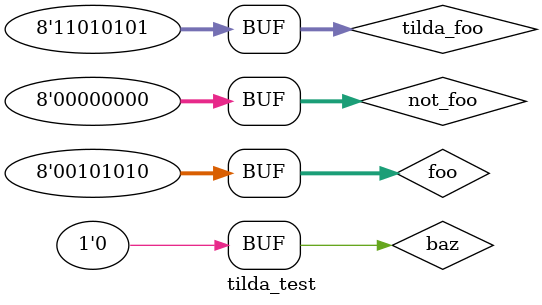
<source format=sv>
module tilda_test;

	logic [7:0] foo = 42;
	logic [7:0] tilda_foo;
	logic [7:0] not_foo;
	logic baz = 0;	

	assign tilda_foo = ~foo;
	assign not_foo = !foo;

	always_comb
		if(tilda_foo)
			$display("foo=%b ~foo=%b is true",foo,~foo);
		else
			$display("foo=%b ~foo=%b is false",foo,~foo);

	always_comb
		if(not_foo)
			$display("foo=%b !foo=%b is true",foo,!foo);
		else
			$display("foo=%b !foo=%b is false",foo,!foo);
		
	initial begin
		#10 foo = 1;
		#10 foo = 255;
		#10 foo = 0;
		#10 foo = 3;
	end

endmodule
</source>
